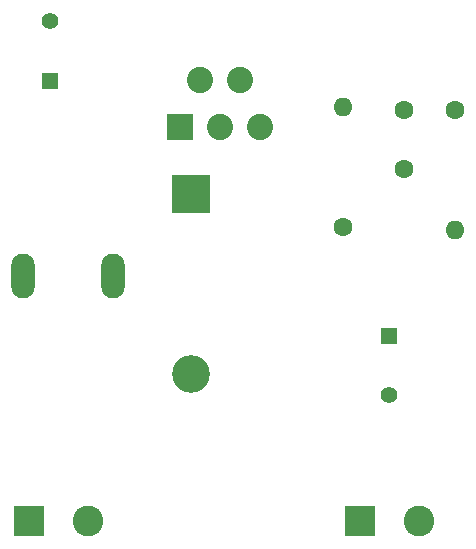
<source format=gbr>
%TF.GenerationSoftware,KiCad,Pcbnew,8.0.5*%
%TF.CreationDate,2024-10-22T15:17:33-04:00*%
%TF.ProjectId,buck_converter_lm2596_5V,6275636b-5f63-46f6-9e76-65727465725f,rev?*%
%TF.SameCoordinates,Original*%
%TF.FileFunction,Soldermask,Top*%
%TF.FilePolarity,Negative*%
%FSLAX46Y46*%
G04 Gerber Fmt 4.6, Leading zero omitted, Abs format (unit mm)*
G04 Created by KiCad (PCBNEW 8.0.5) date 2024-10-22 15:17:33*
%MOMM*%
%LPD*%
G01*
G04 APERTURE LIST*
G04 Aperture macros list*
%AMRoundRect*
0 Rectangle with rounded corners*
0 $1 Rounding radius*
0 $2 $3 $4 $5 $6 $7 $8 $9 X,Y pos of 4 corners*
0 Add a 4 corners polygon primitive as box body*
4,1,4,$2,$3,$4,$5,$6,$7,$8,$9,$2,$3,0*
0 Add four circle primitives for the rounded corners*
1,1,$1+$1,$2,$3*
1,1,$1+$1,$4,$5*
1,1,$1+$1,$6,$7*
1,1,$1+$1,$8,$9*
0 Add four rect primitives between the rounded corners*
20,1,$1+$1,$2,$3,$4,$5,0*
20,1,$1+$1,$4,$5,$6,$7,0*
20,1,$1+$1,$6,$7,$8,$9,0*
20,1,$1+$1,$8,$9,$2,$3,0*%
G04 Aperture macros list end*
%ADD10RoundRect,0.102000X-1.009650X-1.009650X1.009650X-1.009650X1.009650X1.009650X-1.009650X1.009650X0*%
%ADD11C,2.223300*%
%ADD12C,1.600000*%
%ADD13R,2.600000X2.600000*%
%ADD14C,2.600000*%
%ADD15O,1.600000X1.600000*%
%ADD16O,2.004000X3.804000*%
%ADD17R,1.422400X1.422400*%
%ADD18C,1.422400*%
%ADD19R,3.200000X3.200000*%
%ADD20O,3.200000X3.200000*%
G04 APERTURE END LIST*
D10*
%TO.C,U1*%
X157429200Y-68656200D03*
D11*
X159131000Y-64643000D03*
X160832800Y-68656200D03*
X162534600Y-64643000D03*
X164236400Y-68656200D03*
%TD*%
D12*
%TO.C,C4*%
X176403000Y-72183000D03*
X176403000Y-67183000D03*
%TD*%
D13*
%TO.C,J1*%
X144606000Y-101981000D03*
D14*
X149606000Y-101981000D03*
%TD*%
D12*
%TO.C,R1*%
X171196000Y-77089000D03*
D15*
X171196000Y-66929000D03*
%TD*%
D13*
%TO.C,J2*%
X172673000Y-101981000D03*
D14*
X177673000Y-101981000D03*
%TD*%
D16*
%TO.C,L1*%
X144145000Y-81280000D03*
X151765000Y-81280000D03*
%TD*%
D17*
%TO.C,C2*%
X175133000Y-86360000D03*
D18*
X175133000Y-91363800D03*
%TD*%
D19*
%TO.C,D1*%
X158369000Y-74295000D03*
D20*
X158369000Y-89535000D03*
%TD*%
D17*
%TO.C,C1*%
X146431000Y-64770000D03*
D18*
X146431000Y-59690000D03*
%TD*%
D12*
%TO.C,R2*%
X180721000Y-67183000D03*
D15*
X180721000Y-77343000D03*
%TD*%
M02*

</source>
